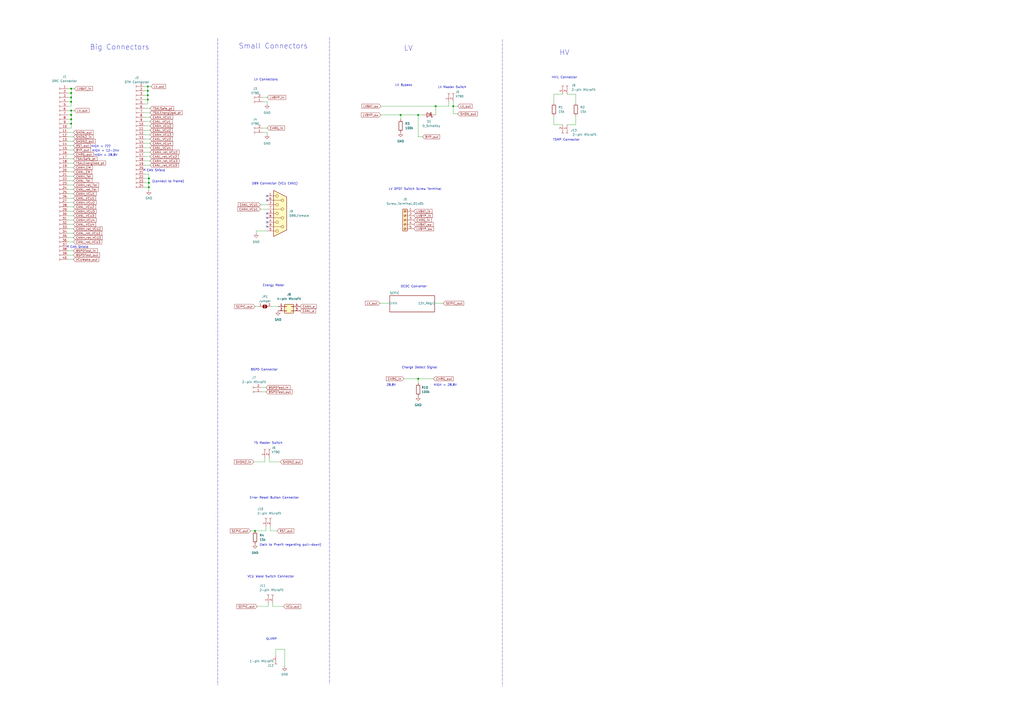
<source format=kicad_sch>
(kicad_sch (version 20211123) (generator eeschema)
  (paper "A2")
  (lib_symbols
    (symbol "Connector:Conn_01x01_Female" (pin_names (offset 1.016) hide)
      (property "Reference" "J" (at 0 2.54 0))
      (property "Value" "Conn_01x01_Female" (at 0 -2.54 0))
      (symbol "Conn_01x01_Female_1_1"
        (polyline (pts (xy -1.27 0) (xy -0.508 0)) (stroke (width 0.1524)))
        (arc (start 0 0.508) (mid -0.508 0) (end 0 -0.508) (stroke (width 0.1524)))
        (pin passive line (at -5.08 0 0) (length 3.81) (name "Pin_1") (number "1"))
      )
    )
    (symbol "Connector:Conn_01x02_Female" (pin_names (offset 1.016) hide)
      (property "Reference" "J" (at 0 2.54 0))
      (property "Value" "Conn_01x02_Female" (at 0 -5.08 0))
      (symbol "Conn_01x02_Female_1_1"
        (arc (start 0 -2.032) (mid -0.508 -2.54) (end 0 -3.048) (stroke (width 0.1524)))
        (polyline (pts (xy -1.27 -2.54) (xy -0.508 -2.54)) (stroke (width 0.1524)))
        (polyline (pts (xy -1.27 0) (xy -0.508 0)) (stroke (width 0.1524)))
        (arc (start 0 0.508) (mid -0.508 0) (end 0 -0.508) (stroke (width 0.1524)))
        (pin passive line (at -5.08 0 0) (length 3.81) (name "Pin_1") (number "1"))
        (pin passive line (at -5.08 -2.54 0) (length 3.81) (name "Pin_2") (number "2"))
      )
    )
    (symbol "Connector:Conn_01x24_Female" (pin_names (offset 1.016) hide)
      (property "Reference" "J" (at 0 30.48 0))
      (property "Value" "Conn_01x24_Female" (at 0 -33.02 0))
      (symbol "Conn_01x24_Female_1_1"
        (arc (start 0 -29.972) (mid -0.508 -30.48) (end 0 -30.988) (stroke (width 0.1524)))
        (arc (start 0 -27.432) (mid -0.508 -27.94) (end 0 -28.448) (stroke (width 0.1524)))
        (arc (start 0 -24.892) (mid -0.508 -25.4) (end 0 -25.908) (stroke (width 0.1524)))
        (arc (start 0 -22.352) (mid -0.508 -22.86) (end 0 -23.368) (stroke (width 0.1524)))
        (arc (start 0 -19.812) (mid -0.508 -20.32) (end 0 -20.828) (stroke (width 0.1524)))
        (arc (start 0 -17.272) (mid -0.508 -17.78) (end 0 -18.288) (stroke (width 0.1524)))
        (arc (start 0 -14.732) (mid -0.508 -15.24) (end 0 -15.748) (stroke (width 0.1524)))
        (arc (start 0 -12.192) (mid -0.508 -12.7) (end 0 -13.208) (stroke (width 0.1524)))
        (arc (start 0 -9.652) (mid -0.508 -10.16) (end 0 -10.668) (stroke (width 0.1524)))
        (arc (start 0 -7.112) (mid -0.508 -7.62) (end 0 -8.128) (stroke (width 0.1524)))
        (arc (start 0 -4.572) (mid -0.508 -5.08) (end 0 -5.588) (stroke (width 0.1524)))
        (arc (start 0 -2.032) (mid -0.508 -2.54) (end 0 -3.048) (stroke (width 0.1524)))
        (polyline (pts (xy -1.27 -30.48) (xy -0.508 -30.48)) (stroke (width 0.1524)))
        (polyline (pts (xy -1.27 -27.94) (xy -0.508 -27.94)) (stroke (width 0.1524)))
        (polyline (pts (xy -1.27 -25.4) (xy -0.508 -25.4)) (stroke (width 0.1524)))
        (polyline (pts (xy -1.27 -22.86) (xy -0.508 -22.86)) (stroke (width 0.1524)))
        (polyline (pts (xy -1.27 -20.32) (xy -0.508 -20.32)) (stroke (width 0.1524)))
        (polyline (pts (xy -1.27 -17.78) (xy -0.508 -17.78)) (stroke (width 0.1524)))
        (polyline (pts (xy -1.27 -15.24) (xy -0.508 -15.24)) (stroke (width 0.1524)))
        (polyline (pts (xy -1.27 -12.7) (xy -0.508 -12.7)) (stroke (width 0.1524)))
        (polyline (pts (xy -1.27 -10.16) (xy -0.508 -10.16)) (stroke (width 0.1524)))
        (polyline (pts (xy -1.27 -7.62) (xy -0.508 -7.62)) (stroke (width 0.1524)))
        (polyline (pts (xy -1.27 -5.08) (xy -0.508 -5.08)) (stroke (width 0.1524)))
        (polyline (pts (xy -1.27 -2.54) (xy -0.508 -2.54)) (stroke (width 0.1524)))
        (polyline (pts (xy -1.27 0) (xy -0.508 0)) (stroke (width 0.1524)))
        (polyline (pts (xy -1.27 2.54) (xy -0.508 2.54)) (stroke (width 0.1524)))
        (polyline (pts (xy -1.27 5.08) (xy -0.508 5.08)) (stroke (width 0.1524)))
        (polyline (pts (xy -1.27 7.62) (xy -0.508 7.62)) (stroke (width 0.1524)))
        (polyline (pts (xy -1.27 10.16) (xy -0.508 10.16)) (stroke (width 0.1524)))
        (polyline (pts (xy -1.27 12.7) (xy -0.508 12.7)) (stroke (width 0.1524)))
        (polyline (pts (xy -1.27 15.24) (xy -0.508 15.24)) (stroke (width 0.1524)))
        (polyline (pts (xy -1.27 17.78) (xy -0.508 17.78)) (stroke (width 0.1524)))
        (polyline (pts (xy -1.27 20.32) (xy -0.508 20.32)) (stroke (width 0.1524)))
        (polyline (pts (xy -1.27 22.86) (xy -0.508 22.86)) (stroke (width 0.1524)))
        (polyline (pts (xy -1.27 25.4) (xy -0.508 25.4)) (stroke (width 0.1524)))
        (polyline (pts (xy -1.27 27.94) (xy -0.508 27.94)) (stroke (width 0.1524)))
        (arc (start 0 0.508) (mid -0.508 0) (end 0 -0.508) (stroke (width 0.1524)))
        (arc (start 0 3.048) (mid -0.508 2.54) (end 0 2.032) (stroke (width 0.1524)))
        (arc (start 0 5.588) (mid -0.508 5.08) (end 0 4.572) (stroke (width 0.1524)))
        (arc (start 0 8.128) (mid -0.508 7.62) (end 0 7.112) (stroke (width 0.1524)))
        (arc (start 0 10.668) (mid -0.508 10.16) (end 0 9.652) (stroke (width 0.1524)))
        (arc (start 0 13.208) (mid -0.508 12.7) (end 0 12.192) (stroke (width 0.1524)))
        (arc (start 0 15.748) (mid -0.508 15.24) (end 0 14.732) (stroke (width 0.1524)))
        (arc (start 0 18.288) (mid -0.508 17.78) (end 0 17.272) (stroke (width 0.1524)))
        (arc (start 0 20.828) (mid -0.508 20.32) (end 0 19.812) (stroke (width 0.1524)))
        (arc (start 0 23.368) (mid -0.508 22.86) (end 0 22.352) (stroke (width 0.1524)))
        (arc (start 0 25.908) (mid -0.508 25.4) (end 0 24.892) (stroke (width 0.1524)))
        (arc (start 0 28.448) (mid -0.508 27.94) (end 0 27.432) (stroke (width 0.1524)))
        (pin passive line (at -5.08 27.94 0) (length 3.81) (name "Pin_1") (number "1"))
        (pin passive line (at -5.08 5.08 0) (length 3.81) (name "Pin_10") (number "10"))
        (pin passive line (at -5.08 2.54 0) (length 3.81) (name "Pin_11") (number "11"))
        (pin passive line (at -5.08 0 0) (length 3.81) (name "Pin_12") (number "12"))
        (pin passive line (at -5.08 -2.54 0) (length 3.81) (name "Pin_13") (number "13"))
        (pin passive line (at -5.08 -5.08 0) (length 3.81) (name "Pin_14") (number "14"))
        (pin passive line (at -5.08 -7.62 0) (length 3.81) (name "Pin_15") (number "15"))
        (pin passive line (at -5.08 -10.16 0) (length 3.81) (name "Pin_16") (number "16"))
        (pin passive line (at -5.08 -12.7 0) (length 3.81) (name "Pin_17") (number "17"))
        (pin passive line (at -5.08 -15.24 0) (length 3.81) (name "Pin_18") (number "18"))
        (pin passive line (at -5.08 -17.78 0) (length 3.81) (name "Pin_19") (number "19"))
        (pin passive line (at -5.08 25.4 0) (length 3.81) (name "Pin_2") (number "2"))
        (pin passive line (at -5.08 -20.32 0) (length 3.81) (name "Pin_20") (number "20"))
        (pin passive line (at -5.08 -22.86 0) (length 3.81) (name "Pin_21") (number "21"))
        (pin passive line (at -5.08 -25.4 0) (length 3.81) (name "Pin_22") (number "22"))
        (pin passive line (at -5.08 -27.94 0) (length 3.81) (name "Pin_23") (number "23"))
        (pin passive line (at -5.08 -30.48 0) (length 3.81) (name "Pin_24") (number "24"))
        (pin passive line (at -5.08 22.86 0) (length 3.81) (name "Pin_3") (number "3"))
        (pin passive line (at -5.08 20.32 0) (length 3.81) (name "Pin_4") (number "4"))
        (pin passive line (at -5.08 17.78 0) (length 3.81) (name "Pin_5") (number "5"))
        (pin passive line (at -5.08 15.24 0) (length 3.81) (name "Pin_6") (number "6"))
        (pin passive line (at -5.08 12.7 0) (length 3.81) (name "Pin_7") (number "7"))
        (pin passive line (at -5.08 10.16 0) (length 3.81) (name "Pin_8") (number "8"))
        (pin passive line (at -5.08 7.62 0) (length 3.81) (name "Pin_9") (number "9"))
      )
    )
    (symbol "Connector:Conn_01x40_Female" (pin_names (offset 1.016) hide)
      (property "Reference" "J" (at 0 50.8 0))
      (property "Value" "Conn_01x40_Female" (at 0 -53.34 0))
      (symbol "Conn_01x40_Female_1_1"
        (arc (start 0 -50.292) (mid -0.508 -50.8) (end 0 -51.308) (stroke (width 0.1524)))
        (arc (start 0 -47.752) (mid -0.508 -48.26) (end 0 -48.768) (stroke (width 0.1524)))
        (arc (start 0 -45.212) (mid -0.508 -45.72) (end 0 -46.228) (stroke (width 0.1524)))
        (arc (start 0 -42.672) (mid -0.508 -43.18) (end 0 -43.688) (stroke (width 0.1524)))
        (arc (start 0 -40.132) (mid -0.508 -40.64) (end 0 -41.148) (stroke (width 0.1524)))
        (arc (start 0 -37.592) (mid -0.508 -38.1) (end 0 -38.608) (stroke (width 0.1524)))
        (arc (start 0 -35.052) (mid -0.508 -35.56) (end 0 -36.068) (stroke (width 0.1524)))
        (arc (start 0 -32.512) (mid -0.508 -33.02) (end 0 -33.528) (stroke (width 0.1524)))
        (arc (start 0 -29.972) (mid -0.508 -30.48) (end 0 -30.988) (stroke (width 0.1524)))
        (arc (start 0 -27.432) (mid -0.508 -27.94) (end 0 -28.448) (stroke (width 0.1524)))
        (arc (start 0 -24.892) (mid -0.508 -25.4) (end 0 -25.908) (stroke (width 0.1524)))
        (arc (start 0 -22.352) (mid -0.508 -22.86) (end 0 -23.368) (stroke (width 0.1524)))
        (arc (start 0 -19.812) (mid -0.508 -20.32) (end 0 -20.828) (stroke (width 0.1524)))
        (arc (start 0 -17.272) (mid -0.508 -17.78) (end 0 -18.288) (stroke (width 0.1524)))
        (arc (start 0 -14.732) (mid -0.508 -15.24) (end 0 -15.748) (stroke (width 0.1524)))
        (arc (start 0 -12.192) (mid -0.508 -12.7) (end 0 -13.208) (stroke (width 0.1524)))
        (arc (start 0 -9.652) (mid -0.508 -10.16) (end 0 -10.668) (stroke (width 0.1524)))
        (arc (start 0 -7.112) (mid -0.508 -7.62) (end 0 -8.128) (stroke (width 0.1524)))
        (arc (start 0 -4.572) (mid -0.508 -5.08) (end 0 -5.588) (stroke (width 0.1524)))
        (arc (start 0 -2.032) (mid -0.508 -2.54) (end 0 -3.048) (stroke (width 0.1524)))
        (polyline (pts (xy -1.27 -50.8) (xy -0.508 -50.8)) (stroke (width 0.1524)))
        (polyline (pts (xy -1.27 -48.26) (xy -0.508 -48.26)) (stroke (width 0.1524)))
        (polyline (pts (xy -1.27 -45.72) (xy -0.508 -45.72)) (stroke (width 0.1524)))
        (polyline (pts (xy -1.27 -43.18) (xy -0.508 -43.18)) (stroke (width 0.1524)))
        (polyline (pts (xy -1.27 -40.64) (xy -0.508 -40.64)) (stroke (width 0.1524)))
        (polyline (pts (xy -1.27 -38.1) (xy -0.508 -38.1)) (stroke (width 0.1524)))
        (polyline (pts (xy -1.27 -35.56) (xy -0.508 -35.56)) (stroke (width 0.1524)))
        (polyline (pts (xy -1.27 -33.02) (xy -0.508 -33.02)) (stroke (width 0.1524)))
        (polyline (pts (xy -1.27 -30.48) (xy -0.508 -30.48)) (stroke (width 0.1524)))
        (polyline (pts (xy -1.27 -27.94) (xy -0.508 -27.94)) (stroke (width 0.1524)))
        (polyline (pts (xy -1.27 -25.4) (xy -0.508 -25.4)) (stroke (width 0.1524)))
        (polyline (pts (xy -1.27 -22.86) (xy -0.508 -22.86)) (stroke (width 0.1524)))
        (polyline (pts (xy -1.27 -20.32) (xy -0.508 -20.32)) (stroke (width 0.1524)))
        (polyline (pts (xy -1.27 -17.78) (xy -0.508 -17.78)) (stroke (width 0.1524)))
        (polyline (pts (xy -1.27 -15.24) (xy -0.508 -15.24)) (stroke (width 0.1524)))
        (polyline (pts (xy -1.27 -12.7) (xy -0.508 -12.7)) (stroke (width 0.1524)))
        (polyline (pts (xy -1.27 -10.16) (xy -0.508 -10.16)) (stroke (width 0.1524)))
        (polyline (pts (xy -1.27 -7.62) (xy -0.508 -7.62)) (stroke (width 0.1524)))
        (polyline (pts (xy -1.27 -5.08) (xy -0.508 -5.08)) (stroke (width 0.1524)))
        (polyline (pts (xy -1.27 -2.54) (xy -0.508 -2.54)) (stroke (width 0.1524)))
        (polyline (pts (xy -1.27 0) (xy -0.508 0)) (stroke (width 0.1524)))
        (polyline (pts (xy -1.27 2.54) (xy -0.508 2.54)) (stroke (width 0.1524)))
        (polyline (pts (xy -1.27 5.08) (xy -0.508 5.08)) (stroke (width 0.1524)))
        (polyline (pts (xy -1.27 7.62) (xy -0.508 7.62)) (stroke (width 0.1524)))
        (polyline (pts (xy -1.27 10.16) (xy -0.508 10.16)) (stroke (width 0.1524)))
        (polyline (pts (xy -1.27 12.7) (xy -0.508 12.7)) (stroke (width 0.1524)))
        (polyline (pts (xy -1.27 15.24) (xy -0.508 15.24)) (stroke (width 0.1524)))
        (polyline (pts (xy -1.27 17.78) (xy -0.508 17.78)) (stroke (width 0.1524)))
        (polyline (pts (xy -1.27 20.32) (xy -0.508 20.32)) (stroke (width 0.1524)))
        (polyline (pts (xy -1.27 22.86) (xy -0.508 22.86)) (stroke (width 0.1524)))
        (polyline (pts (xy -1.27 25.4) (xy -0.508 25.4)) (stroke (width 0.1524)))
        (polyline (pts (xy -1.27 27.94) (xy -0.508 27.94)) (stroke (width 0.1524)))
        (polyline (pts (xy -1.27 30.48) (xy -0.508 30.48)) (stroke (width 0.1524)))
        (polyline (pts (xy -1.27 33.02) (xy -0.508 33.02)) (stroke (width 0.1524)))
        (polyline (pts (xy -1.27 35.56) (xy -0.508 35.56)) (stroke (width 0.1524)))
        (polyline (pts (xy -1.27 38.1) (xy -0.508 38.1)) (stroke (width 0.1524)))
        (polyline (pts (xy -1.27 40.64) (xy -0.508 40.64)) (stroke (width 0.1524)))
        (polyline (pts (xy -1.27 43.18) (xy -0.508 43.18)) (stroke (width 0.1524)))
        (polyline (pts (xy -1.27 45.72) (xy -0.508 45.72)) (stroke (width 0.1524)))
        (polyline (pts (xy -1.27 48.26) (xy -0.508 48.26)) (stroke (width 0.1524)))
        (arc (start 0 0.508) (mid -0.508 0) (end 0 -0.508) (stroke (width 0.1524)))
        (arc (start 0 3.048) (mid -0.508 2.54) (end 0 2.032) (stroke (width 0.1524)))
        (arc (start 0 5.588) (mid -0.508 5.08) (end 0 4.572) (stroke (width 0.1524)))
        (arc (start 0 8.128) (mid -0.508 7.62) (end 0 7.112) (stroke (width 0.1524)))
        (arc (start 0 10.668) (mid -0.508 10.16) (end 0 9.652) (stroke (width 0.1524)))
        (arc (start 0 13.208) (mid -0.508 12.7) (end 0 12.192) (stroke (width 0.1524)))
        (arc (start 0 15.748) (mid -0.508 15.24) (end 0 14.732) (stroke (width 0.1524)))
        (arc (start 0 18.288) (mid -0.508 17.78) (end 0 17.272) (stroke (width 0.1524)))
        (arc (start 0 20.828) (mid -0.508 20.32) (end 0 19.812) (stroke (width 0.1524)))
        (arc (start 0 23.368) (mid -0.508 22.86) (end 0 22.352) (stroke (width 0.1524)))
        (arc (start 0 25.908) (mid -0.508 25.4) (end 0 24.892) (stroke (width 0.1524)))
        (arc (start 0 28.448) (mid -0.508 27.94) (end 0 27.432) (stroke (width 0.1524)))
        (arc (start 0 30.988) (mid -0.508 30.48) (end 0 29.972) (stroke (width 0.1524)))
        (arc (start 0 33.528) (mid -0.508 33.02) (end 0 32.512) (stroke (width 0.1524)))
        (arc (start 0 36.068) (mid -0.508 35.56) (end 0 35.052) (stroke (width 0.1524)))
        (arc (start 0 38.608) (mid -0.508 38.1) (end 0 37.592) (stroke (width 0.1524)))
        (arc (start 0 41.148) (mid -0.508 40.64) (end 0 40.132) (stroke (width 0.1524)))
        (arc (start 0 43.688) (mid -0.508 43.18) (end 0 42.672) (stroke (width 0.1524)))
        (arc (start 0 46.228) (mid -0.508 45.72) (end 0 45.212) (stroke (width 0.1524)))
        (arc (start 0 48.768) (mid -0.508 48.26) (end 0 47.752) (stroke (width 0.1524)))
        (pin passive line (at -5.08 48.26 0) (length 3.81) (name "Pin_1") (number "1"))
        (pin passive line (at -5.08 25.4 0) (length 3.81) (name "Pin_10") (number "10"))
        (pin passive line (at -5.08 22.86 0) (length 3.81) (name "Pin_11") (number "11"))
        (pin passive line (at -5.08 20.32 0) (length 3.81) (name "Pin_12") (number "12"))
        (pin passive line (at -5.08 17.78 0) (length 3.81) (name "Pin_13") (number "13"))
        (pin passive line (at -5.08 15.24 0) (length 3.81) (name "Pin_14") (number "14"))
        (pin passive line (at -5.08 12.7 0) (length 3.81) (name "Pin_15") (number "15"))
        (pin passive line (at -5.08 10.16 0) (length 3.81) (name "Pin_16") (number "16"))
        (pin passive line (at -5.08 7.62 0) (length 3.81) (name "Pin_17") (number "17"))
        (pin passive line (at -5.08 5.08 0) (length 3.81) (name "Pin_18") (number "18"))
        (pin passive line (at -5.08 2.54 0) (length 3.81) (name "Pin_19") (number "19"))
        (pin passive line (at -5.08 45.72 0) (length 3.81) (name "Pin_2") (number "2"))
        (pin passive line (at -5.08 0 0) (length 3.81) (name "Pin_20") (number "20"))
        (pin passive line (at -5.08 -2.54 0) (length 3.81) (name "Pin_21") (number "21"))
        (pin passive line (at -5.08 -5.08 0) (length 3.81) (name "Pin_22") (number "22"))
        (pin passive line (at -5.08 -7.62 0) (length 3.81) (name "Pin_23") (number "23"))
        (pin passive line (at -5.08 -10.16 0) (length 3.81) (name "Pin_24") (number "24"))
        (pin passive line (at -5.08 -12.7 0) (length 3.81) (name "Pin_25") (number "25"))
        (pin passive line (at -5.08 -15.24 0) (length 3.81) (name "Pin_26") (number "26"))
        (pin passive line (at -5.08 -17.78 0) (length 3.81) (name "Pin_27") (number "27"))
        (pin passive line (at -5.08 -20.32 0) (length 3.81) (name "Pin_28") (number "28"))
        (pin passive line (at -5.08 -22.86 0) (length 3.81) (name "Pin_29") (number "29"))
        (pin passive line (at -5.08 43.18 0) (length 3.81) (name "Pin_3") (number "3"))
        (pin passive line (at -5.08 -25.4 0) (length 3.81) (name "Pin_30") (number "30"))
        (pin passive line (at -5.08 -27.94 0) (length 3.81) (name "Pin_31") (number "31"))
        (pin passive line (at -5.08 -30.48 0) (length 3.81) (name "Pin_32") (number "32"))
        (pin passive line (at -5.08 -33.02 0) (length 3.81) (name "Pin_33") (number "33"))
        (pin passive line (at -5.08 -35.56 0) (length 3.81) (name "Pin_34") (number "34"))
        (pin passive line (at -5.08 -38.1 0) (length 3.81) (name "Pin_35") (number "35"))
        (pin passive line (at -5.08 -40.64 0) (length 3.81) (name "Pin_36") (number "36"))
        (pin passive line (at -5.08 -43.18 0) (length 3.81) (name "Pin_37") (number "37"))
        (pin passive line (at -5.08 -45.72 0) (length 3.81) (name "Pin_38") (number "38"))
        (pin passive line (at -5.08 -48.26 0) (length 3.81) (name "Pin_39") (number "39"))
        (pin passive line (at -5.08 40.64 0) (length 3.81) (name "Pin_4") (number "4"))
        (pin passive line (at -5.08 -50.8 0) (length 3.81) (name "Pin_40") (number "40"))
        (pin passive line (at -5.08 38.1 0) (length 3.81) (name "Pin_5") (number "5"))
        (pin passive line (at -5.08 35.56 0) (length 3.81) (name "Pin_6") (number "6"))
        (pin passive line (at -5.08 33.02 0) (length 3.81) (name "Pin_7") (number "7"))
        (pin passive line (at -5.08 30.48 0) (length 3.81) (name "Pin_8") (number "8"))
        (pin passive line (at -5.08 27.94 0) (length 3.81) (name "Pin_9") (number "9"))
      )
    )
    (symbol "Connector:DB9_Female" (pin_names (offset 1.016) hide)
      (property "Reference" "J" (at 0 13.97 0))
      (property "Value" "DB9_Female" (at 0 -14.605 0))
      (symbol "DB9_Female_0_1"
        (circle (center -1.778 -10.16) (radius 0.762))
        (circle (center -1.778 -5.08) (radius 0.762))
        (circle (center -1.778 0) (radius 0.762))
        (circle (center -1.778 5.08) (radius 0.762))
        (circle (center -1.778 10.16) (radius 0.762))
        (polyline (pts (xy -3.81 -10.16) (xy -2.54 -10.16)))
        (polyline (pts (xy -3.81 -7.62) (xy 0.508 -7.62)))
        (polyline (pts (xy -3.81 -5.08) (xy -2.54 -5.08)))
        (polyline (pts (xy -3.81 -2.54) (xy 0.508 -2.54)))
        (polyline (pts (xy -3.81 0) (xy -2.54 0)))
        (polyline (pts (xy -3.81 2.54) (xy 0.508 2.54)))
        (polyline (pts (xy -3.81 5.08) (xy -2.54 5.08)))
        (polyline (pts (xy -3.81 7.62) (xy 0.508 7.62)))
        (polyline (pts (xy -3.81 10.16) (xy -2.54 10.16)))
        (polyline (pts (xy -3.81 13.335) (xy -3.81 -13.335) (xy 3.81 -9.525) (xy 3.81 9.525) (xy -3.81 13.335)) (stroke (width 0.254)) (fill (type background)))
        (circle (center 1.27 -7.62) (radius 0.762))
        (circle (center 1.27 -2.54) (radius 0.762))
        (circle (center 1.27 2.54) (radius 0.762))
        (circle (center 1.27 7.62) (radius 0.762))
      )
      (symbol "DB9_Female_1_1"
        (pin passive line (at -7.62 10.16 0) (length 3.81) (name "1") (number "1"))
        (pin passive line (at -7.62 5.08 0) (length 3.81) (name "2") (number "2"))
        (pin passive line (at -7.62 0 0) (length 3.81) (name "3") (number "3"))
        (pin passive line (at -7.62 -5.08 0) (length 3.81) (name "4") (number "4"))
        (pin passive line (at -7.62 -10.16 0) (length 3.81) (name "5") (number "5"))
        (pin passive line (at -7.62 7.62 0) (length 3.81) (name "6") (number "6"))
        (pin passive line (at -7.62 2.54 0) (length 3.81) (name "7") (number "7"))
        (pin passive line (at -7.62 -2.54 0) (length 3.81) (name "8") (number "8"))
        (pin passive line (at -7.62 -7.62 0) (length 3.81) (name "9") (number "9"))
      )
    )
    (symbol "Connector:Screw_Terminal_01x05" (pin_names (offset 1.016) hide)
      (property "Reference" "J" (at 0 7.62 0))
      (property "Value" "Screw_Terminal_01x05" (at 0 -7.62 0))
      (symbol "Screw_Terminal_01x05_1_1"
        (rectangle (start -1.27 6.35) (end 1.27 -6.35) (stroke (width 0.254)) (fill (type background)))
        (circle (center 0 -5.08) (radius 0.635) (stroke (width 0.1524)))
        (circle (center 0 -2.54) (radius 0.635) (stroke (width 0.1524)))
        (polyline (pts (xy -0.5334 -4.7498) (xy 0.3302 -5.588)) (stroke (width 0.1524)))
        (polyline (pts (xy -0.5334 -2.2098) (xy 0.3302 -3.048)) (stroke (width 0.1524)))
        (polyline (pts (xy -0.5334 0.3302) (xy 0.3302 -0.508)) (stroke (width 0.1524)))
        (polyline (pts (xy -0.5334 2.8702) (xy 0.3302 2.032)) (stroke (width 0.1524)))
        (polyline (pts (xy -0.5334 5.4102) (xy 0.3302 4.572)) (stroke (width 0.1524)))
        (polyline (pts (xy -0.3556 -4.572) (xy 0.508 -5.4102)) (stroke (width 0.1524)))
        (polyline (pts (xy -0.3556 -2.032) (xy 0.508 -2.8702)) (stroke (width 0.1524)))
        (polyline (pts (xy -0.3556 0.508) (xy 0.508 -0.3302)) (stroke (width 0.1524)))
        (polyline (pts (xy -0.3556 3.048) (xy 0.508 2.2098)) (stroke (width 0.1524)))
        (polyline (pts (xy -0.3556 5.588) (xy 0.508 4.7498)) (stroke (width 0.1524)))
        (circle (center 0 0) (radius 0.635) (stroke (width 0.1524)))
        (circle (center 0 2.54) (radius 0.635) (stroke (width 0.1524)))
        (circle (center 0 5.08) (radius 0.635) (stroke (width 0.1524)))
        (pin passive line (at -5.08 5.08 0) (length 3.81) (name "Pin_1") (number "1"))
        (pin passive line (at -5.08 2.54 0) (length 3.81) (name "Pin_2") (number "2"))
        (pin passive line (at -5.08 0 0) (length 3.81) (name "Pin_3") (number "3"))
        (pin passive line (at -5.08 -2.54 0) (length 3.81) (name "Pin_4") (number "4"))
        (pin passive line (at -5.08 -5.08 0) (length 3.81) (name "Pin_5") (number "5"))
      )
    )
    (symbol "Connector_Generic:Conn_02x02_Counter_Clockwise" (pin_names (offset 1.016) hide)
      (property "Reference" "J" (at 1.27 2.54 0))
      (property "Value" "Conn_02x02_Counter_Clockwise" (at 1.27 -5.08 0))
      (symbol "Conn_02x02_Counter_Clockwise_1_1"
        (rectangle (start -1.27 -2.413) (end 0 -2.667) (stroke (width 0.1524)))
        (rectangle (start -1.27 0.127) (end 0 -0.127) (stroke (width 0.1524)))
        (rectangle (start -1.27 1.27) (end 3.81 -3.81) (stroke (width 0.254)) (fill (type background)))
        (rectangle (start 3.81 -2.413) (end 2.54 -2.667) (stroke (width 0.1524)))
        (rectangle (start 3.81 0.127) (end 2.54 -0.127) (stroke (width 0.1524)))
        (pin passive line (at -5.08 0 0) (length 3.81) (name "Pin_1") (number "1"))
        (pin passive line (at -5.08 -2.54 0) (length 3.81) (name "Pin_2") (number "2"))
        (pin passive line (at 7.62 -2.54 180) (length 3.81) (name "Pin_3") (number "3"))
        (pin passive line (at 7.62 0 180) (length 3.81) (name "Pin_4") (number "4"))
      )
    )
    (symbol "Device:D_Schottky" (pin_numbers hide) (pin_names (offset 1.016) hide)
      (property "Reference" "D" (at 0 2.54 0))
      (property "Value" "D_Schottky" (at 0 -2.54 0))
      (symbol "D_Schottky_0_1"
        (polyline (pts (xy 1.27 0) (xy -1.27 0)))
        (polyline (pts (xy 1.27 1.27) (xy 1.27 -1.27) (xy -1.27 0) (xy 1.27 1.27)) (stroke (width 0.254)))
        (polyline (pts (xy -1.905 0.635) (xy -1.905 1.27) (xy -1.27 1.27) (xy -1.27 -1.27) (xy -0.635 -1.27) (xy -0.635 -0.635)) (stroke (width 0.254)))
      )
      (symbol "D_Schottky_1_1"
        (pin passive line (at -3.81 0 0) (length 2.54) (name "K") (number "1"))
        (pin passive line (at 3.81 0 180) (length 2.54) (name "A") (number "2"))
      )
    )
    (symbol "Device:R" (pin_numbers hide) (pin_names (offset 0))
      (property "Reference" "R" (at 2.032 0 90))
      (property "Value" "R" (at 0 0 90))
      (symbol "R_0_1"
        (rectangle (start -1.016 -2.54) (end 1.016 2.54) (stroke (width 0.254)))
      )
      (symbol "R_1_1"
        (pin passive line (at 0 3.81 270) (length 1.27) (name "~") (number "1"))
        (pin passive line (at 0 -3.81 90) (length 1.27) (name "~") (number "2"))
      )
    )
    (symbol "Jumper:SolderJumper_2_Open" (pin_names (offset 0) hide)
      (property "Reference" "JP" (at 0 2.032 0))
      (property "Value" "SolderJumper_2_Open" (at 0 -2.54 0))
      (symbol "SolderJumper_2_Open_0_1"
        (arc (start -0.254 1.016) (mid -1.27 0) (end -0.254 -1.016))
        (arc (start -0.254 1.016) (mid -1.27 0) (end -0.254 -1.016) (fill (type outline)))
        (polyline (pts (xy -0.254 1.016) (xy -0.254 -1.016)))
        (polyline (pts (xy 0.254 1.016) (xy 0.254 -1.016)))
        (arc (start 0.254 -1.016) (mid 1.27 0) (end 0.254 1.016))
        (arc (start 0.254 -1.016) (mid 1.27 0) (end 0.254 1.016) (fill (type outline)))
      )
      (symbol "SolderJumper_2_Open_1_1"
        (pin passive line (at -3.81 0 0) (length 2.54) (name "A") (number "1"))
        (pin passive line (at 3.81 0 180) (length 2.54) (name "B") (number "2"))
      )
    )
    (symbol "power:GND" (power) (pin_names (offset 0))
      (property "Value" "GND" (at 0 -3.81 0))
      (symbol "GND_0_1"
        (polyline (pts (xy 0 0) (xy 0 -1.27) (xy 1.27 -1.27) (xy 0 -2.54) (xy -1.27 -1.27) (xy 0 -1.27)))
      )
      (symbol "GND_1_1"
        (pin power_in line (at 0 0 270) (length 0) hide (name "GND") (number "1"))
      )
    )
  )
  (junction (at 252.73 61.595))
  (junction (at 41.275 53.975))
  (junction (at 85.725 52.705))
  (junction (at 41.275 64.135))
  (junction (at 232.41 66.675))
  (junction (at 85.725 57.785))
  (junction (at 86.36 106.045))
  (junction (at 262.89 61.595))
  (junction (at 147.955 307.975))
  (junction (at 242.57 66.675))
  (junction (at 242.57 219.71))
  (junction (at 41.275 59.055))
  (junction (at 41.275 71.755))
  (junction (at 41.275 69.215))
  (junction (at 86.36 103.505))
  (junction (at 41.275 56.515))
  (junction (at 41.275 66.675))
  (junction (at 85.725 50.165))
  (junction (at 41.275 51.435))
  (junction (at 86.36 108.585))
  (junction (at 85.725 55.245))
  (no_connect (at 39.37 142.875))
  (no_connect (at 83.82 98.425))
  (no_connect (at 154.94 128.905))
  (no_connect (at 154.94 131.445))
  (no_connect (at 154.94 116.205))
  (no_connect (at 154.94 113.665))
  (no_connect (at 154.94 126.365))
  (no_connect (at 154.94 123.825))
  (wire (pts (xy 86.995 90.805) (xy 83.82 90.805)))
  (polyline (pts (xy 291.465 22.86) (xy 291.465 398.145)))
  (wire (pts (xy 321.31 72.39) (xy 326.39 72.39)))
  (wire (pts (xy 232.41 69.215) (xy 232.41 66.675)))
  (wire (pts (xy 156.845 307.975) (xy 160.655 307.975)))
  (wire (pts (xy 42.545 125.095) (xy 39.37 125.095)))
  (wire (pts (xy 83.82 52.705) (xy 85.725 52.705)))
  (wire (pts (xy 252.73 61.595) (xy 252.73 66.675)))
  (wire (pts (xy 154.94 76.835) (xy 154.94 78.105)))
  (wire (pts (xy 147.32 267.97) (xy 153.67 267.97)))
  (wire (pts (xy 39.37 51.435) (xy 41.275 51.435)))
  (wire (pts (xy 83.82 100.965) (xy 86.36 100.965)))
  (wire (pts (xy 153.67 267.97) (xy 153.67 265.43)))
  (wire (pts (xy 42.545 120.015) (xy 39.37 120.015)))
  (wire (pts (xy 156.845 305.435) (xy 156.845 307.975)))
  (wire (pts (xy 252.095 175.895) (xy 257.175 175.895)))
  (wire (pts (xy 152.4 56.515) (xy 154.94 56.515)))
  (wire (pts (xy 42.545 132.715) (xy 39.37 132.715)))
  (wire (pts (xy 160.02 380.365) (xy 160.02 376.555)))
  (wire (pts (xy 220.98 61.595) (xy 252.73 61.595)))
  (wire (pts (xy 85.725 60.325) (xy 83.82 60.325)))
  (wire (pts (xy 152.4 76.835) (xy 154.94 76.835)))
  (wire (pts (xy 83.82 57.785) (xy 85.725 57.785)))
  (wire (pts (xy 39.37 71.755) (xy 41.275 71.755)))
  (wire (pts (xy 86.995 83.185) (xy 83.82 83.185)))
  (wire (pts (xy 42.545 114.935) (xy 39.37 114.935)))
  (wire (pts (xy 39.37 64.135) (xy 41.275 64.135)))
  (wire (pts (xy 41.275 74.295) (xy 39.37 74.295)))
  (wire (pts (xy 151.13 121.285) (xy 154.94 121.285)))
  (wire (pts (xy 41.275 61.595) (xy 39.37 61.595)))
  (wire (pts (xy 151.13 118.745) (xy 154.94 118.745)))
  (wire (pts (xy 83.82 55.245) (xy 85.725 55.245)))
  (wire (pts (xy 39.37 53.975) (xy 41.275 53.975)))
  (wire (pts (xy 42.545 117.475) (xy 39.37 117.475)))
  (wire (pts (xy 154.94 59.055) (xy 154.94 60.325)))
  (wire (pts (xy 252.73 61.595) (xy 260.35 61.595)))
  (wire (pts (xy 85.725 57.785) (xy 85.725 60.325)))
  (wire (pts (xy 86.995 85.725) (xy 83.82 85.725)))
  (wire (pts (xy 154.305 227.33) (xy 151.765 227.33)))
  (wire (pts (xy 158.115 351.79) (xy 164.465 351.79)))
  (wire (pts (xy 42.545 122.555) (xy 39.37 122.555)))
  (wire (pts (xy 149.225 351.79) (xy 155.575 351.79)))
  (wire (pts (xy 156.21 267.97) (xy 162.56 267.97)))
  (wire (pts (xy 85.725 50.165) (xy 85.725 52.705)))
  (wire (pts (xy 41.275 71.755) (xy 41.275 74.295)))
  (wire (pts (xy 39.37 147.955) (xy 42.545 147.955)))
  (wire (pts (xy 42.545 109.855) (xy 39.37 109.855)))
  (wire (pts (xy 85.725 55.245) (xy 85.725 57.785)))
  (wire (pts (xy 334.01 72.39) (xy 334.01 67.31)))
  (wire (pts (xy 152.4 74.295) (xy 154.94 74.295)))
  (wire (pts (xy 39.37 79.375) (xy 42.545 79.375)))
  (wire (pts (xy 242.57 219.71) (xy 251.46 219.71)))
  (wire (pts (xy 42.545 84.455) (xy 39.37 84.455)))
  (wire (pts (xy 39.37 76.835) (xy 42.545 76.835)))
  (wire (pts (xy 262.89 59.055) (xy 262.89 61.595)))
  (wire (pts (xy 42.545 107.315) (xy 39.37 107.315)))
  (wire (pts (xy 242.57 66.675) (xy 242.57 79.375)))
  (wire (pts (xy 232.41 66.675) (xy 220.98 66.675)))
  (wire (pts (xy 232.41 66.675) (xy 242.57 66.675)))
  (wire (pts (xy 152.4 59.055) (xy 154.94 59.055)))
  (wire (pts (xy 41.275 51.435) (xy 41.275 53.975)))
  (wire (pts (xy 262.89 66.04) (xy 262.89 61.595)))
  (wire (pts (xy 42.545 135.255) (xy 39.37 135.255)))
  (wire (pts (xy 42.545 92.075) (xy 39.37 92.075)))
  (wire (pts (xy 86.36 103.505) (xy 86.36 106.045)))
  (wire (pts (xy 42.545 140.335) (xy 39.37 140.335)))
  (polyline (pts (xy 126.365 22.225) (xy 126.365 397.51)))
  (wire (pts (xy 41.275 53.975) (xy 41.275 56.515)))
  (wire (pts (xy 328.93 54.61) (xy 334.01 54.61)))
  (wire (pts (xy 42.545 94.615) (xy 39.37 94.615)))
  (wire (pts (xy 321.31 54.61) (xy 321.31 59.69)))
  (wire (pts (xy 39.37 86.995) (xy 42.545 86.995)))
  (wire (pts (xy 41.275 69.215) (xy 41.275 71.755)))
  (wire (pts (xy 155.575 351.79) (xy 155.575 349.885)))
  (wire (pts (xy 234.315 219.71) (xy 242.57 219.71)))
  (wire (pts (xy 148.59 133.985) (xy 154.94 133.985)))
  (wire (pts (xy 41.275 59.055) (xy 41.275 61.595)))
  (wire (pts (xy 39.37 89.535) (xy 42.545 89.535)))
  (wire (pts (xy 39.37 145.415) (xy 42.545 145.415)))
  (wire (pts (xy 86.995 80.645) (xy 83.82 80.645)))
  (wire (pts (xy 42.545 130.175) (xy 39.37 130.175)))
  (wire (pts (xy 86.36 106.045) (xy 86.36 108.585)))
  (wire (pts (xy 42.545 112.395) (xy 39.37 112.395)))
  (wire (pts (xy 321.31 72.39) (xy 321.31 67.31)))
  (wire (pts (xy 42.545 81.915) (xy 39.37 81.915)))
  (wire (pts (xy 260.35 59.055) (xy 260.35 61.595)))
  (wire (pts (xy 85.725 50.165) (xy 87.63 50.165)))
  (wire (pts (xy 156.21 265.43) (xy 156.21 267.97)))
  (wire (pts (xy 265.43 66.04) (xy 262.89 66.04)))
  (wire (pts (xy 83.82 50.165) (xy 85.725 50.165)))
  (wire (pts (xy 334.01 54.61) (xy 334.01 59.69)))
  (wire (pts (xy 147.955 177.8) (xy 149.86 177.8)))
  (wire (pts (xy 86.995 78.105) (xy 83.82 78.105)))
  (wire (pts (xy 160.02 376.555) (xy 165.1 376.555)))
  (wire (pts (xy 41.275 56.515) (xy 41.275 59.055)))
  (wire (pts (xy 41.275 66.675) (xy 41.275 69.215)))
  (wire (pts (xy 154.305 224.79) (xy 151.765 224.79)))
  (wire (pts (xy 86.995 93.345) (xy 83.82 93.345)))
  (wire (pts (xy 242.57 222.25) (xy 242.57 219.71)))
  (wire (pts (xy 39.37 66.675) (xy 41.275 66.675)))
  (wire (pts (xy 157.48 177.8) (xy 161.29 177.8)))
  (wire (pts (xy 154.305 305.435) (xy 154.305 307.975)))
  (wire (pts (xy 43.18 51.435) (xy 41.275 51.435)))
  (wire (pts (xy 86.995 67.945) (xy 83.82 67.945)))
  (wire (pts (xy 158.115 349.885) (xy 158.115 351.79)))
  (wire (pts (xy 42.545 97.155) (xy 39.37 97.155)))
  (wire (pts (xy 42.545 150.495) (xy 39.37 150.495)))
  (wire (pts (xy 42.545 102.235) (xy 39.37 102.235)))
  (wire (pts (xy 86.995 70.485) (xy 83.82 70.485)))
  (wire (pts (xy 86.995 88.265) (xy 83.82 88.265)))
  (wire (pts (xy 39.37 59.055) (xy 41.275 59.055)))
  (wire (pts (xy 41.275 64.135) (xy 43.18 64.135)))
  (wire (pts (xy 86.36 110.49) (xy 86.36 108.585)))
  (wire (pts (xy 242.57 79.375) (xy 245.11 79.375)))
  (wire (pts (xy 42.545 104.775) (xy 39.37 104.775)))
  (wire (pts (xy 86.995 95.885) (xy 83.82 95.885)))
  (wire (pts (xy 245.11 66.675) (xy 242.57 66.675)))
  (wire (pts (xy 165.1 376.555) (xy 165.1 386.715)))
  (wire (pts (xy 42.545 127.635) (xy 39.37 127.635)))
  (wire (pts (xy 86.995 65.405) (xy 83.82 65.405)))
  (wire (pts (xy 326.39 54.61) (xy 321.31 54.61)))
  (wire (pts (xy 83.82 103.505) (xy 86.36 103.505)))
  (wire (pts (xy 83.82 108.585) (xy 86.36 108.585)))
  (wire (pts (xy 328.93 72.39) (xy 334.01 72.39)))
  (wire (pts (xy 39.37 56.515) (xy 41.275 56.515)))
  (wire (pts (xy 86.36 100.965) (xy 86.36 103.505)))
  (wire (pts (xy 42.545 137.795) (xy 39.37 137.795)))
  (wire (pts (xy 147.955 307.975) (xy 154.305 307.975)))
  (wire (pts (xy 145.415 307.975) (xy 147.955 307.975)))
  (wire (pts (xy 85.725 52.705) (xy 85.725 55.245)))
  (wire (pts (xy 39.37 69.215) (xy 41.275 69.215)))
  (wire (pts (xy 148.59 133.985) (xy 148.59 135.255)))
  (polyline (pts (xy 191.135 21.59) (xy 191.135 396.875)))
  (wire (pts (xy 86.995 75.565) (xy 83.82 75.565)))
  (wire (pts (xy 220.345 175.895) (xy 226.06 175.895)))
  (wire (pts (xy 42.545 99.695) (xy 39.37 99.695)))
  (wire (pts (xy 86.995 62.865) (xy 83.82 62.865)))
  (wire (pts (xy 262.89 61.595) (xy 265.43 61.595)))
  (wire (pts (xy 86.995 73.025) (xy 83.82 73.025)))
  (wire (pts (xy 41.275 64.135) (xy 41.275 66.675)))
  (wire (pts (xy 83.82 106.045) (xy 86.36 106.045)))
  (text "DCDC Converter" (at 232.41 167.005 0) (effects (font (size 1.27 1.27)) (justify left bottom)))
  (text "HIGH = ???" (at 52.705 85.725 0) (effects (font (size 1.27 1.27)) (justify left bottom)))
  (text "CAN Shield" (at 85.09 99.695 0) (effects (font (size 1.27 1.27)) (justify left bottom)))
  (text "VCU Wake Switch Connector" (at 143.51 335.28 0) (effects (font (size 1.27 1.27)) (justify left bottom)))
  (text "LV Bypass" (at 229.235 50.165 0) (effects (font (size 1.27 1.27)) (justify left bottom)))
  (text "HIGH = 28.8V" (at 251.46 224.155 0) (effects (font (size 1.27 1.27)) (justify left bottom)))
  (text "HVIL Connector" (at 320.04 45.72 0) (effects (font (size 1.27 1.27)) (justify left bottom)))
  (text "LV Connectors" (at 147.32 46.99 0) (effects (font (size 1.27 1.27)) (justify left bottom)))
  (text "TS Master Switch" (at 147.32 257.81 0) (effects (font (size 1.27 1.27)) (justify left bottom)))
  (text "TSMP Connector\n" (at 320.675 81.915 0) (effects (font (size 1.27 1.27)) (justify left bottom)))
  (text "HIGH = 28.8V" (at 54.61 90.805 0) (effects (font (size 1.27 1.27)) (justify left bottom)))
  (text "28.8V" (at 224.155 224.155 0) (effects (font (size 1.27 1.27)) (justify left bottom)))
  (text "(connect to frame)" (at 88.265 106.045 0) (effects (font (size 1.27 1.27)) (justify left bottom)))
  (text "Small Connectors" (at 138.43 28.575 0) (effects (font (size 3 3)) (justify left bottom)))
  (text "Big Connectors" (at 52.07 29.21 0) (effects (font (size 3 3)) (justify left bottom)))
  (text "BSPD Connector" (at 145.415 215.265 0) (effects (font (size 1.27 1.27)) (justify left bottom)))
  (text "LV" (at 234.315 29.845 0) (effects (font (size 3 3)) (justify left bottom)))
  (text "(talk to Pranit regarding pull-down)" (at 150.495 316.865 0) (effects (font (size 1.27 1.27)) (justify left bottom)))
  (text "DB9 Connector (VCU CAN1)" (at 146.05 107.315 0) (effects (font (size 1.27 1.27)) (justify left bottom)))
  (text "Error Reset Button Connector" (at 144.78 289.56 0) (effects (font (size 1.27 1.27)) (justify left bottom)))
  (text "GLVMP" (at 154.305 371.475 0) (effects (font (size 1.27 1.27)) (justify left bottom)))
  (text "HIGH = 12-24V" (at 53.34 88.265 0) (effects (font (size 1.27 1.27)) (justify left bottom)))
  (text "HV" (at 324.485 32.385 0) (effects (font (size 3 3)) (justify left bottom)))
  (text "CAN Shield" (at 40.64 144.145 0) (effects (font (size 1.27 1.27)) (justify left bottom)))
  (text "LV DPDT Switch Screw Terminal" (at 225.425 110.49 0) (effects (font (size 1.27 1.27)) (justify left bottom)))
  (text "Charge Detect Signal" (at 233.045 213.995 0) (effects (font (size 1.27 1.27)) (justify left bottom)))
  (text "Energy Meter\n" (at 152.4 166.37 0) (effects (font (size 1.27 1.27)) (justify left bottom)))
  (text "LV Master Switch" (at 254 51.435 0) (effects (font (size 1.27 1.27)) (justify left bottom)))
  (global_label "CANH_ret_Tel" (shape input) (at 42.545 107.315 0) (property "Intersheet References" "${INTERSHEET_REFS}" (effects hide)))
  (global_label "SEPIC_out" (shape input) (at 145.415 307.975 180) (property "Intersheet References" "${INTERSHEET_REFS}" (effects hide)))
  (global_label "VCUWake_out" (shape input) (at 42.545 150.495 0) (property "Intersheet References" "${INTERSHEET_REFS}" (effects hide)))
  (global_label "CANL_e" (shape input) (at 173.99 180.34 0) (property "Intersheet References" "${INTERSHEET_REFS}" (effects hide)))
  (global_label "CANL_ret_VCU3" (shape input) (at 42.545 140.335 0) (property "Intersheet References" "${INTERSHEET_REFS}" (effects hide)))
  (global_label "CANL_VCU1" (shape input) (at 86.995 70.485 0) (property "Intersheet References" "${INTERSHEET_REFS}" (effects hide)))
  (global_label "CANH_ret_VCU3" (shape input) (at 42.545 137.795 0) (property "Intersheet References" "${INTERSHEET_REFS}" (effects hide)))
  (global_label "CHRG_in" (shape input) (at 154.94 74.295 0) (property "Intersheet References" "${INTERSHEET_REFS}" (effects hide)))
  (global_label "TSALSafe_pt" (shape input) (at 42.545 92.075 0) (property "Intersheet References" "${INTERSHEET_REFS}" (effects hide)))
  (global_label "TSALEnergized_pt" (shape input) (at 86.995 65.405 0) (property "Intersheet References" "${INTERSHEET_REFS}" (effects hide)))
  (global_label "CANL_VCU3" (shape input) (at 86.995 80.645 0) (property "Intersheet References" "${INTERSHEET_REFS}" (effects hide)))
  (global_label "CANL_VCU2" (shape input) (at 42.545 120.015 0) (property "Intersheet References" "${INTERSHEET_REFS}" (effects hide)))
  (global_label "LVBYP_in" (shape input) (at 154.94 56.515 0) (property "Intersheet References" "${INTERSHEET_REFS}" (effects hide)))
  (global_label "CANL_VCU4" (shape input) (at 86.995 85.725 0) (property "Intersheet References" "${INTERSHEET_REFS}" (effects hide)))
  (global_label "LV_out" (shape input) (at 220.345 175.895 180) (property "Intersheet References" "${INTERSHEET_REFS}" (effects hide)))
  (global_label "CANH_VCU4" (shape input) (at 86.995 83.185 0) (property "Intersheet References" "${INTERSHEET_REFS}" (effects hide)))
  (global_label "SHDN_out" (shape input) (at 42.545 76.835 0) (property "Intersheet References" "${INTERSHEET_REFS}" (effects hide)))
  (global_label "CANL_Tel" (shape input) (at 42.545 104.775 0) (property "Intersheet References" "${INTERSHEET_REFS}" (effects hide)))
  (global_label "TSALEnergized_pt" (shape input) (at 42.545 94.615 0) (property "Intersheet References" "${INTERSHEET_REFS}" (effects hide)))
  (global_label "CANH_VCU3" (shape input) (at 86.995 78.105 0) (property "Intersheet References" "${INTERSHEET_REFS}" (effects hide)))
  (global_label "LVBYP_sw" (shape input) (at 220.98 66.675 180) (property "Intersheet References" "${INTERSHEET_REFS}" (effects hide)))
  (global_label "LVBAT_sw" (shape input) (at 220.98 61.595 180) (property "Intersheet References" "${INTERSHEET_REFS}" (effects hide)))
  (global_label "CANL_ret_Tel" (shape input) (at 42.545 109.855 0) (property "Intersheet References" "${INTERSHEET_REFS}" (effects hide)))
  (global_label "LVBYP_sw" (shape input) (at 240.03 132.715 0) (property "Intersheet References" "${INTERSHEET_REFS}" (effects hide)))
  (global_label "LVBAT_in" (shape input) (at 43.18 51.435 0) (property "Intersheet References" "${INTERSHEET_REFS}" (effects hide)))
  (global_label "CANH_Tel" (shape input) (at 42.545 102.235 0) (property "Intersheet References" "${INTERSHEET_REFS}" (effects hide)))
  (global_label "BSPDTest_out" (shape input) (at 42.545 147.955 0) (property "Intersheet References" "${INTERSHEET_REFS}" (effects hide)))
  (global_label "CANL_VCU3" (shape input) (at 42.545 125.095 0) (property "Intersheet References" "${INTERSHEET_REFS}" (effects hide)))
  (global_label "CANH_VCU1" (shape input) (at 151.13 121.285 180) (property "Intersheet References" "${INTERSHEET_REFS}" (effects hide)))
  (global_label "BSPDTest_in" (shape input) (at 42.545 145.415 0) (property "Intersheet References" "${INTERSHEET_REFS}" (effects hide)))
  (global_label "CANH_e" (shape input) (at 173.99 177.8 0) (property "Intersheet References" "${INTERSHEET_REFS}" (effects hide)))
  (global_label "CANL_VCU1" (shape input) (at 42.545 114.935 0) (property "Intersheet References" "${INTERSHEET_REFS}" (effects hide)))
  (global_label "CANH_VCU3" (shape input) (at 42.545 122.555 0) (property "Intersheet References" "${INTERSHEET_REFS}" (effects hide)))
  (global_label "LVBAT_sw" (shape input) (at 240.03 130.175 0) (property "Intersheet References" "${INTERSHEET_REFS}" (effects hide)))
  (global_label "LV_out" (shape input) (at 87.63 50.165 0) (property "Intersheet References" "${INTERSHEET_REFS}" (effects hide)))
  (global_label "CANH_EM" (shape input) (at 42.545 97.155 0) (property "Intersheet References" "${INTERSHEET_REFS}" (effects hide)))
  (global_label "SEPIC_out" (shape input) (at 147.955 177.8 180) (property "Intersheet References" "${INTERSHEET_REFS}" (effects hide)))
  (global_label "LVBYP_in" (shape input) (at 240.03 125.095 0) (property "Intersheet References" "${INTERSHEET_REFS}" (effects hide)))
  (global_label "CHRG_out" (shape input) (at 42.545 89.535 0) (property "Intersheet References" "${INTERSHEET_REFS}" (effects hide)))
  (global_label "CANH_ret_VCU3" (shape input) (at 86.995 93.345 0) (property "Intersheet References" "${INTERSHEET_REFS}" (effects hide)))
  (global_label "CANH_VCU1" (shape input) (at 42.545 112.395 0) (property "Intersheet References" "${INTERSHEET_REFS}" (effects hide)))
  (global_label "SHDN2_in" (shape input) (at 42.545 79.375 0) (property "Intersheet References" "${INTERSHEET_REFS}" (effects hide)))
  (global_label "CANH_VCU2" (shape input) (at 86.995 73.025 0) (property "Intersheet References" "${INTERSHEET_REFS}" (effects hide)))
  (global_label "CANH_VCU4" (shape input) (at 42.545 127.635 0) (property "Intersheet References" "${INTERSHEET_REFS}" (effects hide)))
  (global_label "BYP_out" (shape input) (at 42.545 86.995 0) (property "Intersheet References" "${INTERSHEET_REFS}" (effects hide)))
  (global_label "BYP_out" (shape input) (at 245.11 79.375 0) (property "Intersheet References" "${INTERSHEET_REFS}" (effects hide)))
  (global_label "SEPIC_out" (shape input) (at 149.225 351.79 180) (property "Intersheet References" "${INTERSHEET_REFS}" (effects hide)))
  (global_label "CHRG_in" (shape input) (at 234.315 219.71 180) (property "Intersheet References" "${INTERSHEET_REFS}" (effects hide)))
  (global_label "SHDN_out" (shape input) (at 265.43 66.04 0) (property "Intersheet References" "${INTERSHEET_REFS}" (effects hide)))
  (global_label "RST_out" (shape input) (at 160.655 307.975 0) (property "Intersheet References" "${INTERSHEET_REFS}" (effects hide)))
  (global_label "LVBAT_in" (shape input) (at 240.03 122.555 0) (property "Intersheet References" "${INTERSHEET_REFS}" (effects hide)))
  (global_label "CANL_ret_VCU2" (shape input) (at 86.995 90.805 0) (property "Intersheet References" "${INTERSHEET_REFS}" (effects hide)))
  (global_label "CANL_VCU2" (shape input) (at 86.995 75.565 0) (property "Intersheet References" "${INTERSHEET_REFS}" (effects hide)))
  (global_label "CANL_ret_VCU3" (shape input) (at 86.995 95.885 0) (property "Intersheet References" "${INTERSHEET_REFS}" (effects hide)))
  (global_label "BSPDTest_out" (shape input) (at 154.305 227.33 0) (property "Intersheet References" "${INTERSHEET_REFS}" (effects hide)))
  (global_label "SHDN2_out" (shape input) (at 42.545 81.915 0) (property "Intersheet References" "${INTERSHEET_REFS}" (effects hide)))
  (global_label "CANL_VCU1" (shape input) (at 151.13 118.745 180) (property "Intersheet References" "${INTERSHEET_REFS}" (effects hide)))
  (global_label "SEPIC_out" (shape input) (at 257.175 175.895 0) (property "Intersheet References" "${INTERSHEET_REFS}" (effects hide)))
  (global_label "LV_out" (shape input) (at 265.43 61.595 0) (property "Intersheet References" "${INTERSHEET_REFS}" (effects hide)))
  (global_label "SHDN2_in" (shape input) (at 147.32 267.97 180) (property "Intersheet References" "${INTERSHEET_REFS}" (effects hide)))
  (global_label "LV_out" (shape input) (at 43.18 64.135 0) (property "Intersheet References" "${INTERSHEET_REFS}" (effects hide)))
  (global_label "CANH_VCU2" (shape input) (at 42.545 117.475 0) (property "Intersheet References" "${INTERSHEET_REFS}" (effects hide)))
  (global_label "SHDN2_out" (shape input) (at 162.56 267.97 0) (property "Intersheet References" "${INTERSHEET_REFS}" (effects hide)))
  (global_label "BSPDTest_in" (shape input) (at 154.305 224.79 0) (property "Intersheet References" "${INTERSHEET_REFS}" (effects hide)))
  (global_label "CANL_ret_VCU2" (shape input) (at 42.545 135.255 0) (property "Intersheet References" "${INTERSHEET_REFS}" (effects hide)))
  (global_label "CANL_EM" (shape input) (at 42.545 99.695 0) (property "Intersheet References" "${INTERSHEET_REFS}" (effects hide)))
  (global_label "CANL_VCU4" (shape input) (at 42.545 130.175 0) (property "Intersheet References" "${INTERSHEET_REFS}" (effects hide)))
  (global_label "CANH_VCU1" (shape input) (at 86.995 67.945 0) (property "Intersheet References" "${INTERSHEET_REFS}" (effects hide)))
  (global_label "CANH_ret_VCU2" (shape input) (at 42.545 132.715 0) (property "Intersheet References" "${INTERSHEET_REFS}" (effects hide)))
  (global_label "CHRG_in" (shape input) (at 240.03 127.635 0) (property "Intersheet References" "${INTERSHEET_REFS}" (effects hide)))
  (global_label "CANH_ret_VCU2" (shape input) (at 86.995 88.265 0) (property "Intersheet References" "${INTERSHEET_REFS}" (effects hide)))
  (global_label "CHRG_out" (shape input) (at 251.46 219.71 0) (property "Intersheet References" "${INTERSHEET_REFS}" (effects hide)))
  (global_label "TSALSafe_pt" (shape input) (at 86.995 62.865 0) (property "Intersheet References" "${INTERSHEET_REFS}" (effects hide)))
  (global_label "VCU_out" (shape input) (at 164.465 351.79 0) (property "Intersheet References" "${INTERSHEET_REFS}" (effects hide)))
  (global_label "RST_out" (shape input) (at 42.545 84.455 0) (property "Intersheet References" "${INTERSHEET_REFS}" (effects hide)))
  (symbol (lib_id "Connector:Conn_01x40_Female") (at 34.29 99.695 0) (mirror y) (unit 1)
    (property "Reference" "J1" (at 37.465 44.45 0))
    (property "Value" "DRC Connector" (at 37.465 46.99 0))
  )
  (symbol (lib_id "Connector:Conn_01x02_Female") (at 153.67 260.35 90) (unit 1)
    (property "Reference" "J6" (at 157.48 259.7149 90) (effects (justify right)))
    (property "Value" "XT90" (at 157.48 262.2549 90) (effects (justify right)))
  )
  (symbol (lib_id "Connector:Conn_01x02_Female") (at 328.93 77.47 270) (unit 1)
    (property "Reference" "J13" (at 334.645 75.565 90) (effects (justify right)))
    (property "Value" "2-pin Microfit" (at 346.075 78.105 90) (effects (justify right)))
  )
  (symbol (lib_id "Connector:Conn_01x02_Female") (at 146.685 227.33 180) (unit 1)
    (property "Reference" "J7" (at 147.32 219.075 0))
    (property "Value" "2-pin Microfit" (at 147.32 221.615 0))
  )
  (symbol (lib_id "power:GND") (at 154.94 78.105 0) (unit 1)
    (property "Reference" "#PWR020" (effects hide))
    (property "Value" "GND" (at 154.94 83.185 0))
  )
  (symbol (lib_id "Connector:Conn_01x02_Female") (at 326.39 49.53 90) (unit 1)
    (property "Reference" "J9" (at 331.47 49.53 90) (effects (justify right)))
    (property "Value" "2-pin Microfit" (at 331.47 52.07 90) (effects (justify right)))
  )
  (symbol (lib_id "Connector:Conn_01x02_Female") (at 155.575 344.805 90) (unit 1)
    (property "Reference" "J11" (at 150.495 339.725 90) (effects (justify right)))
    (property "Value" "2-pin Microfit" (at 150.495 342.265 90) (effects (justify right)))
  )
  (symbol (lib_id "Jumper:SolderJumper_2_Open") (at 153.67 177.8 0) (unit 1)
    (property "Reference" "JP1" (at 153.67 172.085 0))
    (property "Value" "Jumper" (at 153.67 174.625 0))
  )
  (symbol (lib_id "power:GND") (at 154.94 60.325 0) (unit 1)
    (property "Reference" "#PWR019" (effects hide))
    (property "Value" "GND" (at 154.94 65.405 0))
  )
  (symbol (lib_id "power:GND") (at 232.41 76.835 0) (unit 1)
    (property "Reference" "#PWR021" (effects hide))
    (property "Value" "GND" (at 232.41 81.915 0))
  )
  (symbol (lib_id "Connector_Generic:Conn_02x02_Counter_Clockwise") (at 166.37 177.8 0) (unit 1)
    (property "Reference" "J8" (at 167.64 170.815 0))
    (property "Value" "4-pin Microfit" (at 167.64 173.355 0))
  )
  (symbol (lib_id "Connector:Screw_Terminal_01x05") (at 234.95 127.635 0) (mirror y) (unit 1)
    (property "Reference" "J5" (at 234.95 115.57 0))
    (property "Value" "Screw_Terminal_01x05" (at 234.95 118.11 0))
  )
  (symbol (lib_id "power:GND") (at 165.1 386.715 0) (unit 1)
    (property "Reference" "#PWR04" (effects hide))
    (property "Value" "GND" (at 165.1 391.16 0))
  )
  (symbol (lib_id "power:GND") (at 161.29 180.34 0) (unit 1)
    (property "Reference" "#PWR017" (effects hide))
    (property "Value" "GND" (at 161.29 185.42 0))
  )
  (symbol (lib_id "Device:R") (at 242.57 226.06 0) (unit 1)
    (property "Reference" "R10" (at 244.475 224.7899 0) (effects (justify left)))
    (property "Value" "100k" (at 244.475 227.3299 0) (effects (justify left)))
  )
  (symbol (lib_id "Device:R") (at 334.01 63.5 0) (unit 1)
    (property "Reference" "R2" (at 336.55 62.2299 0) (effects (justify left)))
    (property "Value" "15k" (at 336.55 64.7699 0) (effects (justify left)))
  )
  (symbol (lib_id "power:GND") (at 86.36 110.49 0) (unit 1)
    (property "Reference" "#PWR01" (effects hide))
    (property "Value" "GND" (at 86.36 114.935 0))
  )
  (symbol (lib_id "Connector:Conn_01x01_Female") (at 160.02 385.445 270) (unit 1)
    (property "Reference" "J12" (at 158.75 386.0801 90) (effects (justify right)))
    (property "Value" "1-pin Microfit" (at 158.75 383.5401 90) (effects (justify right)))
  )
  (symbol (lib_id "Connector:Conn_01x02_Female") (at 154.305 300.355 90) (unit 1)
    (property "Reference" "J10" (at 149.225 295.275 90) (effects (justify right)))
    (property "Value" "2-pin Microfit" (at 149.225 297.815 90) (effects (justify right)))
  )
  (symbol (lib_id "power:GND") (at 242.57 229.87 0) (unit 1)
    (property "Reference" "#PWR02" (effects hide))
    (property "Value" "GND" (at 242.57 234.95 0))
  )
  (symbol (lib_id "Connector:Conn_01x02_Female") (at 147.32 76.835 180) (unit 1)
    (property "Reference" "J4" (at 147.955 69.215 0))
    (property "Value" "XT90" (at 147.955 71.755 0))
  )
  (symbol (lib_id "Connector:Conn_01x24_Female") (at 78.74 78.105 0) (mirror y) (unit 1)
    (property "Reference" "J2" (at 79.375 45.085 0))
    (property "Value" "DTM Connector" (at 79.375 47.625 0))
  )
  (symbol (lib_id "Device:D_Schottky") (at 248.92 66.675 180) (unit 1)
    (property "Reference" "D1" (at 248.92 70.485 0))
    (property "Value" "D_Schottky" (at 250.19 73.025 0))
  )
  (symbol (lib_id "Connector:Conn_01x02_Female") (at 147.32 59.055 180) (unit 1)
    (property "Reference" "J3" (at 147.955 51.435 0))
    (property "Value" "XT90" (at 147.955 53.975 0))
  )
  (symbol (lib_id "Device:R") (at 147.955 311.785 0) (unit 1)
    (property "Reference" "R4" (at 150.495 310.5149 0) (effects (justify left)))
    (property "Value" "15k" (at 150.495 313.0549 0) (effects (justify left)))
  )
  (symbol (lib_id "Device:R") (at 321.31 63.5 0) (unit 1)
    (property "Reference" "R1" (at 323.85 62.2299 0) (effects (justify left)))
    (property "Value" "15k" (at 323.85 64.7699 0) (effects (justify left)))
  )
  (symbol (lib_id "Connector:DB9_Female") (at 162.56 123.825 0) (unit 1)
    (property "Reference" "J9" (at 167.64 122.5549 0) (effects (justify left)))
    (property "Value" "DB9_Female" (at 167.64 125.0949 0) (effects (justify left)))
    (property "Datasheet" " ~" (effects hide))
  )
  (symbol (lib_id "Connector:Conn_01x02_Female") (at 260.35 53.975 90) (unit 1)
    (property "Reference" "J5" (at 264.16 53.3399 90) (effects (justify right)))
    (property "Value" "XT90" (at 264.16 55.8799 90) (effects (justify right)))
  )
  (symbol (lib_id "power:GND") (at 147.955 315.595 0) (unit 1)
    (property "Reference" "#PWR022" (effects hide))
    (property "Value" "GND" (at 147.955 320.675 0))
  )
  (symbol (lib_id "power:GND") (at 148.59 135.255 0) (unit 1)
    (property "Reference" "#PWR016" (effects hide))
    (property "Value" "GND" (at 148.59 140.335 0))
  )
  (symbol (lib_id "Device:R") (at 232.41 73.025 0) (unit 1)
    (property "Reference" "R3" (at 234.95 71.7549 0) (effects (justify left)))
    (property "Value" "100k" (at 234.95 74.2949 0) (effects (justify left)))
  )
  (sheet (at 226.06 171.45) (size 26.035 9.525) (stroke (width 0.1524))
    (property "Sheet name" "SEPIC" (at 226.06 170.7384 0) (effects (justify left bottom)))
    (property "Sheet file" "../2023KicadLibrary/Standardized Subsheets/SEPIC_CAD.kicad_sch" (effects hide))
    (pin "Vin" input (at 226.06 175.895 180))
    (pin "12V_Reg" input (at 252.095 175.895 0))
  )
)
</source>
